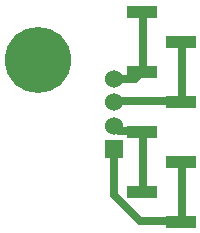
<source format=gbl>
G04 #@! TF.GenerationSoftware,KiCad,Pcbnew,8.0.4-8.0.4-0~ubuntu24.04.1*
G04 #@! TF.CreationDate,2024-09-02T11:32:13+02:00*
G04 #@! TF.ProjectId,avos_mini_tapper_coils,61766f73-5f6d-4696-9e69-5f7461707065,rev?*
G04 #@! TF.SameCoordinates,Original*
G04 #@! TF.FileFunction,Copper,L2,Bot*
G04 #@! TF.FilePolarity,Positive*
%FSLAX46Y46*%
G04 Gerber Fmt 4.6, Leading zero omitted, Abs format (unit mm)*
G04 Created by KiCad (PCBNEW 8.0.4-8.0.4-0~ubuntu24.04.1) date 2024-09-02 11:32:13*
%MOMM*%
%LPD*%
G01*
G04 APERTURE LIST*
G04 #@! TA.AperFunction,ComponentPad*
%ADD10C,5.600000*%
G04 #@! TD*
G04 #@! TA.AperFunction,ComponentPad*
%ADD11R,1.524000X1.524000*%
G04 #@! TD*
G04 #@! TA.AperFunction,ComponentPad*
%ADD12C,1.524000*%
G04 #@! TD*
G04 #@! TA.AperFunction,SMDPad,CuDef*
%ADD13R,2.510000X1.000000*%
G04 #@! TD*
G04 #@! TA.AperFunction,Conductor*
%ADD14C,0.700000*%
G04 #@! TD*
G04 APERTURE END LIST*
D10*
X110880000Y-98690000D03*
D11*
X117355000Y-106290000D03*
D12*
X117355000Y-104290000D03*
X117355000Y-102290000D03*
X117355000Y-100290000D03*
D13*
X119660000Y-94620000D03*
X122970000Y-97160000D03*
X119660000Y-99700000D03*
X122970000Y-102240000D03*
X119660000Y-104780000D03*
X122970000Y-107320000D03*
X119660000Y-109860000D03*
X122970000Y-112400000D03*
D14*
X119815000Y-104700000D02*
X117765000Y-104700000D01*
X119815000Y-109780000D02*
X119815000Y-104700000D01*
X117765000Y-104700000D02*
X117355000Y-104290000D01*
X117365000Y-100280000D02*
X117355000Y-100290000D01*
X119145000Y-100290000D02*
X119815000Y-99620000D01*
X119815000Y-94540000D02*
X119815000Y-99620000D01*
X117355000Y-100290000D02*
X119145000Y-100290000D01*
X123125000Y-97080000D02*
X123125000Y-102160000D01*
X117485000Y-102160000D02*
X117355000Y-102290000D01*
X123125000Y-102160000D02*
X117485000Y-102160000D01*
X123125000Y-112320000D02*
X119500000Y-112320000D01*
X119500000Y-112320000D02*
X117355000Y-110175000D01*
X117355000Y-110175000D02*
X117355000Y-106290000D01*
X123125000Y-107240000D02*
X123125000Y-112320000D01*
M02*

</source>
